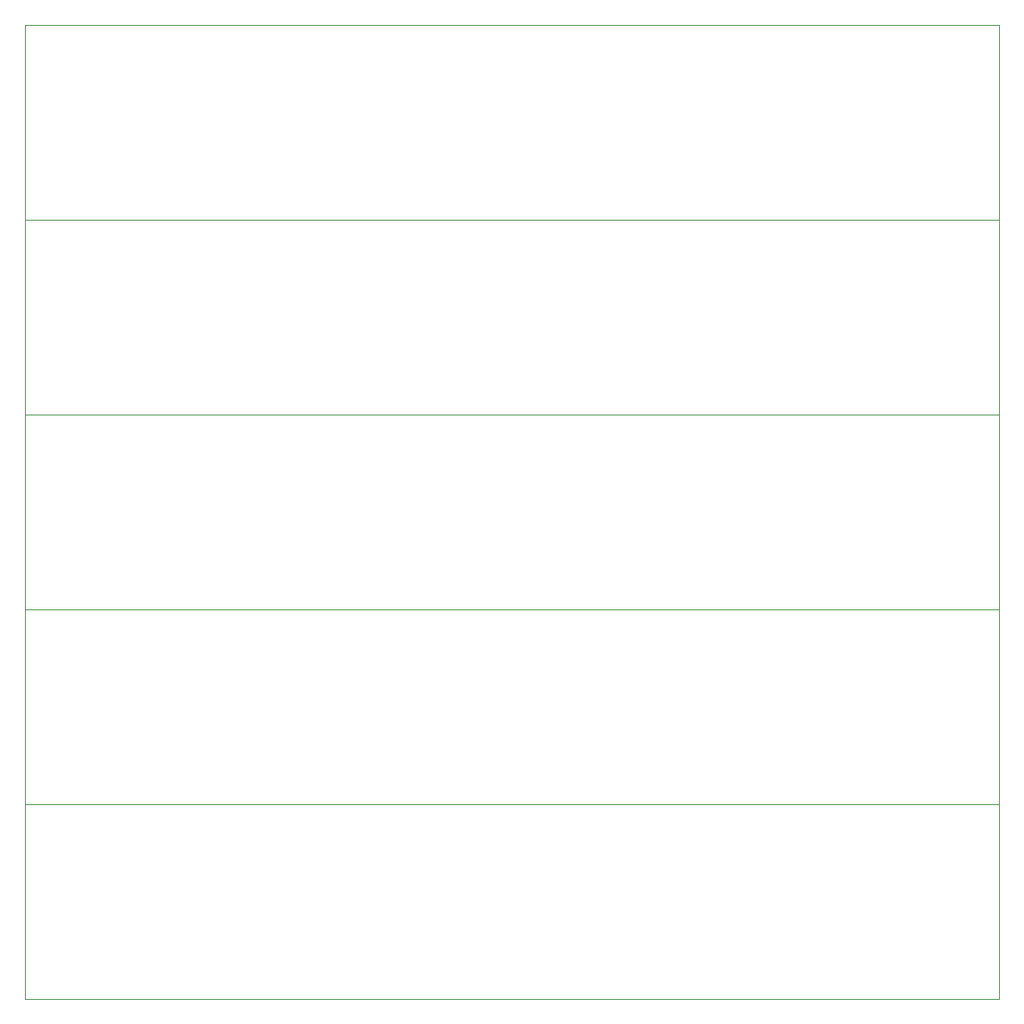
<source format=gm1>
G04 #@! TF.FileFunction,Profile,NP*
%FSLAX46Y46*%
G04 Gerber Fmt 4.6, Leading zero omitted, Abs format (unit mm)*
G04 Created by KiCad (PCBNEW 4.0.2+e4-6225~38~ubuntu14.04.1-stable) date Tue 17 May 2016 20:21:22 AEST*
%MOMM*%
G01*
G04 APERTURE LIST*
%ADD10C,0.150000*%
%ADD11C,0.100000*%
G04 APERTURE END LIST*
D10*
D11*
X99314000Y-254000D02*
X254000Y-254000D01*
X99314000Y-99314000D02*
X99314000Y-254000D01*
X254000Y-99314000D02*
X99314000Y-99314000D01*
X254000Y-254000D02*
X254000Y-99314000D01*
X254000Y-79502000D02*
X99314000Y-79502000D01*
X254000Y-59690000D02*
X99314000Y-59690000D01*
X254000Y-39878000D02*
X99314000Y-39878000D01*
X254000Y-20066000D02*
X99314000Y-20066000D01*
M02*

</source>
